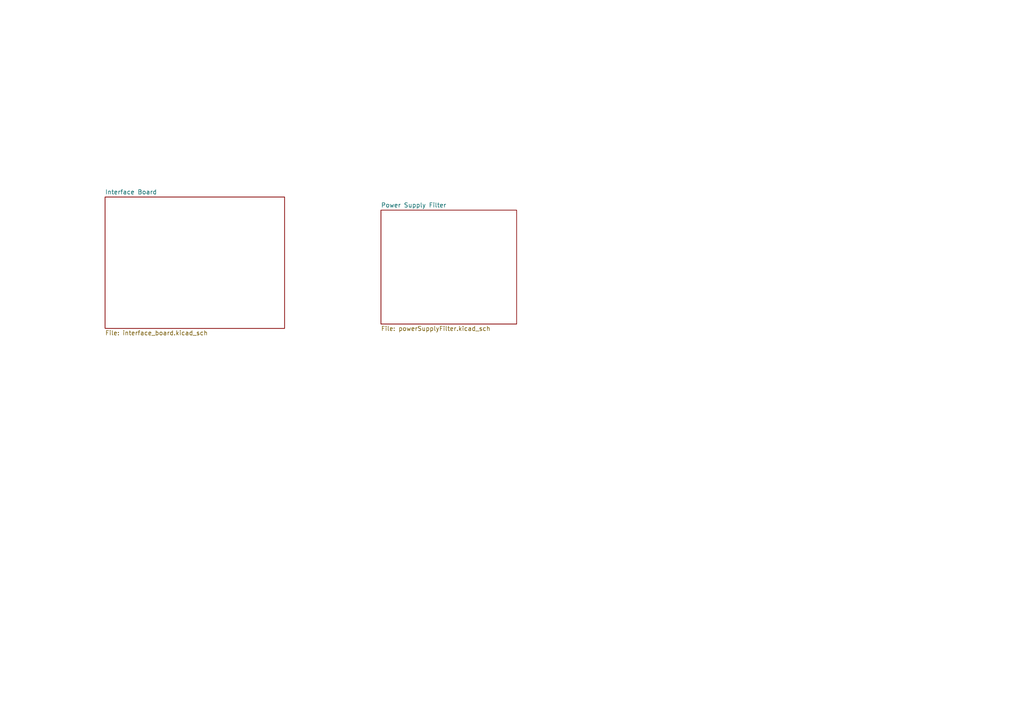
<source format=kicad_sch>
(kicad_sch (version 20230121) (generator eeschema)

  (uuid e4192969-4b4c-4bbf-a0a8-ef09d84e64d7)

  (paper "A4")

  (title_block
    (title "ECE406 Pressure Mat Interface PCB")
    (date "2023-12-05")
    (rev "1.0")
    (company "https://github.com/yoctometric/pressure-mat")
  )

  (lib_symbols
  )


  (sheet (at 110.49 60.96) (size 39.37 33.02) (fields_autoplaced)
    (stroke (width 0.1524) (type solid))
    (fill (color 0 0 0 0.0000))
    (uuid 4a059b75-7de0-4eb9-8588-5d4fb226c6d3)
    (property "Sheetname" "Power Supply Filter" (at 110.49 60.2484 0)
      (effects (font (size 1.27 1.27)) (justify left bottom))
    )
    (property "Sheetfile" "powerSupplyFilter.kicad_sch" (at 110.49 94.5646 0)
      (effects (font (size 1.27 1.27)) (justify left top))
    )
    (instances
      (project "board"
        (path "/e4192969-4b4c-4bbf-a0a8-ef09d84e64d7" (page "3"))
      )
    )
  )

  (sheet (at 30.48 57.15) (size 52.07 38.1) (fields_autoplaced)
    (stroke (width 0.1524) (type solid))
    (fill (color 0 0 0 0.0000))
    (uuid e0559890-1aa0-4336-9a3e-110d23fe279d)
    (property "Sheetname" "Interface Board" (at 30.48 56.4384 0)
      (effects (font (size 1.27 1.27)) (justify left bottom))
    )
    (property "Sheetfile" "interface_board.kicad_sch" (at 30.48 95.8346 0)
      (effects (font (size 1.27 1.27)) (justify left top))
    )
    (instances
      (project "board"
        (path "/e4192969-4b4c-4bbf-a0a8-ef09d84e64d7" (page "2"))
      )
    )
  )

  (sheet_instances
    (path "/" (page "1"))
  )
)

</source>
